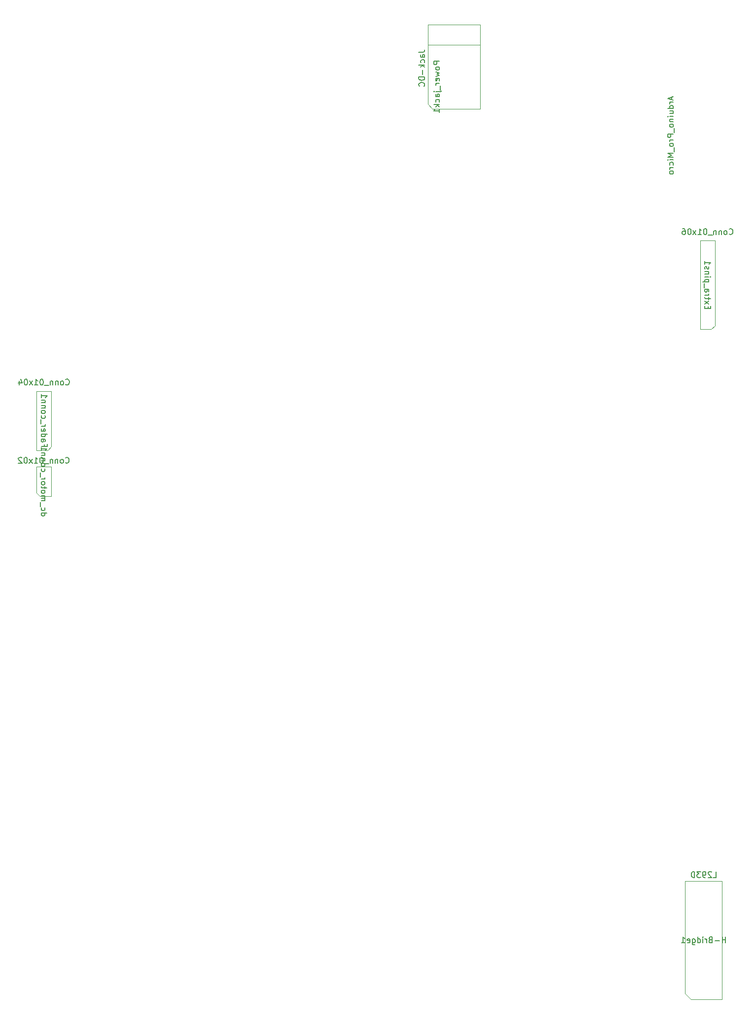
<source format=gbr>
%TF.GenerationSoftware,KiCad,Pcbnew,(5.1.7-0-10_14)*%
%TF.CreationDate,2021-09-21T18:25:26-03:00*%
%TF.ProjectId,Faduino-1,46616475-696e-46f2-9d31-2e6b69636164,1*%
%TF.SameCoordinates,Original*%
%TF.FileFunction,Other,Fab,Bot*%
%FSLAX46Y46*%
G04 Gerber Fmt 4.6, Leading zero omitted, Abs format (unit mm)*
G04 Created by KiCad (PCBNEW (5.1.7-0-10_14)) date 2021-09-21 18:25:26*
%MOMM*%
%LPD*%
G01*
G04 APERTURE LIST*
%ADD10C,0.100000*%
%ADD11C,0.150000*%
G04 APERTURE END LIST*
D10*
%TO.C,dc_motor_conn1*%
X65205000Y-109735000D02*
X65840000Y-110370000D01*
X65205000Y-105290000D02*
X65205000Y-109735000D01*
X67745000Y-105290000D02*
X65205000Y-105290000D01*
X67745000Y-110370000D02*
X67745000Y-105290000D01*
X65840000Y-110370000D02*
X67745000Y-110370000D01*
%TO.C,Extra_pins1*%
X179320000Y-66440000D02*
X179320000Y-81680000D01*
X181860000Y-66440000D02*
X179320000Y-66440000D01*
X181860000Y-81045000D02*
X181860000Y-66440000D01*
X181225000Y-81680000D02*
X181860000Y-81045000D01*
X179320000Y-81680000D02*
X181225000Y-81680000D01*
%TO.C,Fader_conn1*%
X65230000Y-92290000D02*
X65230000Y-102450000D01*
X67770000Y-92290000D02*
X65230000Y-92290000D01*
X67770000Y-101815000D02*
X67770000Y-92290000D01*
X67135000Y-102450000D02*
X67770000Y-101815000D01*
X65230000Y-102450000D02*
X67135000Y-102450000D01*
%TO.C,H-Bridge1*%
X176755000Y-195800000D02*
X177755000Y-196800000D01*
X176755000Y-176480000D02*
X176755000Y-195800000D01*
X183105000Y-176480000D02*
X176755000Y-176480000D01*
X183105000Y-196800000D02*
X183105000Y-176480000D01*
X177755000Y-196800000D02*
X183105000Y-196800000D01*
%TO.C,Power_jack1*%
X132500000Y-43000000D02*
X132500000Y-29300000D01*
X141500000Y-43800000D02*
X133250000Y-43800000D01*
X141500000Y-29300000D02*
X141500000Y-43800000D01*
X132500000Y-29300000D02*
X141500000Y-29300000D01*
X132500000Y-32800000D02*
X141500000Y-32800000D01*
X132494575Y-42996787D02*
X133250000Y-43800000D01*
%TD*%
%TO.C,dc_motor_conn1*%
D11*
X70213095Y-104587142D02*
X70260714Y-104634761D01*
X70403571Y-104682380D01*
X70498809Y-104682380D01*
X70641666Y-104634761D01*
X70736904Y-104539523D01*
X70784523Y-104444285D01*
X70832142Y-104253809D01*
X70832142Y-104110952D01*
X70784523Y-103920476D01*
X70736904Y-103825238D01*
X70641666Y-103730000D01*
X70498809Y-103682380D01*
X70403571Y-103682380D01*
X70260714Y-103730000D01*
X70213095Y-103777619D01*
X69641666Y-104682380D02*
X69736904Y-104634761D01*
X69784523Y-104587142D01*
X69832142Y-104491904D01*
X69832142Y-104206190D01*
X69784523Y-104110952D01*
X69736904Y-104063333D01*
X69641666Y-104015714D01*
X69498809Y-104015714D01*
X69403571Y-104063333D01*
X69355952Y-104110952D01*
X69308333Y-104206190D01*
X69308333Y-104491904D01*
X69355952Y-104587142D01*
X69403571Y-104634761D01*
X69498809Y-104682380D01*
X69641666Y-104682380D01*
X68879761Y-104015714D02*
X68879761Y-104682380D01*
X68879761Y-104110952D02*
X68832142Y-104063333D01*
X68736904Y-104015714D01*
X68594047Y-104015714D01*
X68498809Y-104063333D01*
X68451190Y-104158571D01*
X68451190Y-104682380D01*
X67975000Y-104015714D02*
X67975000Y-104682380D01*
X67975000Y-104110952D02*
X67927380Y-104063333D01*
X67832142Y-104015714D01*
X67689285Y-104015714D01*
X67594047Y-104063333D01*
X67546428Y-104158571D01*
X67546428Y-104682380D01*
X67308333Y-104777619D02*
X66546428Y-104777619D01*
X66117857Y-103682380D02*
X66022619Y-103682380D01*
X65927380Y-103730000D01*
X65879761Y-103777619D01*
X65832142Y-103872857D01*
X65784523Y-104063333D01*
X65784523Y-104301428D01*
X65832142Y-104491904D01*
X65879761Y-104587142D01*
X65927380Y-104634761D01*
X66022619Y-104682380D01*
X66117857Y-104682380D01*
X66213095Y-104634761D01*
X66260714Y-104587142D01*
X66308333Y-104491904D01*
X66355952Y-104301428D01*
X66355952Y-104063333D01*
X66308333Y-103872857D01*
X66260714Y-103777619D01*
X66213095Y-103730000D01*
X66117857Y-103682380D01*
X64832142Y-104682380D02*
X65403571Y-104682380D01*
X65117857Y-104682380D02*
X65117857Y-103682380D01*
X65213095Y-103825238D01*
X65308333Y-103920476D01*
X65403571Y-103968095D01*
X64498809Y-104682380D02*
X63975000Y-104015714D01*
X64498809Y-104015714D02*
X63975000Y-104682380D01*
X63403571Y-103682380D02*
X63308333Y-103682380D01*
X63213095Y-103730000D01*
X63165476Y-103777619D01*
X63117857Y-103872857D01*
X63070238Y-104063333D01*
X63070238Y-104301428D01*
X63117857Y-104491904D01*
X63165476Y-104587142D01*
X63213095Y-104634761D01*
X63308333Y-104682380D01*
X63403571Y-104682380D01*
X63498809Y-104634761D01*
X63546428Y-104587142D01*
X63594047Y-104491904D01*
X63641666Y-104301428D01*
X63641666Y-104063333D01*
X63594047Y-103872857D01*
X63546428Y-103777619D01*
X63498809Y-103730000D01*
X63403571Y-103682380D01*
X62689285Y-103777619D02*
X62641666Y-103730000D01*
X62546428Y-103682380D01*
X62308333Y-103682380D01*
X62213095Y-103730000D01*
X62165476Y-103777619D01*
X62117857Y-103872857D01*
X62117857Y-103968095D01*
X62165476Y-104110952D01*
X62736904Y-104682380D01*
X62117857Y-104682380D01*
X66022619Y-113234761D02*
X67022619Y-113234761D01*
X66070238Y-113234761D02*
X66022619Y-113330000D01*
X66022619Y-113520476D01*
X66070238Y-113615714D01*
X66117857Y-113663333D01*
X66213095Y-113710952D01*
X66498809Y-113710952D01*
X66594047Y-113663333D01*
X66641666Y-113615714D01*
X66689285Y-113520476D01*
X66689285Y-113330000D01*
X66641666Y-113234761D01*
X66070238Y-112330000D02*
X66022619Y-112425238D01*
X66022619Y-112615714D01*
X66070238Y-112710952D01*
X66117857Y-112758571D01*
X66213095Y-112806190D01*
X66498809Y-112806190D01*
X66594047Y-112758571D01*
X66641666Y-112710952D01*
X66689285Y-112615714D01*
X66689285Y-112425238D01*
X66641666Y-112330000D01*
X65927380Y-112139523D02*
X65927380Y-111377619D01*
X66022619Y-111139523D02*
X66689285Y-111139523D01*
X66594047Y-111139523D02*
X66641666Y-111091904D01*
X66689285Y-110996666D01*
X66689285Y-110853809D01*
X66641666Y-110758571D01*
X66546428Y-110710952D01*
X66022619Y-110710952D01*
X66546428Y-110710952D02*
X66641666Y-110663333D01*
X66689285Y-110568095D01*
X66689285Y-110425238D01*
X66641666Y-110330000D01*
X66546428Y-110282380D01*
X66022619Y-110282380D01*
X66022619Y-109663333D02*
X66070238Y-109758571D01*
X66117857Y-109806190D01*
X66213095Y-109853809D01*
X66498809Y-109853809D01*
X66594047Y-109806190D01*
X66641666Y-109758571D01*
X66689285Y-109663333D01*
X66689285Y-109520476D01*
X66641666Y-109425238D01*
X66594047Y-109377619D01*
X66498809Y-109330000D01*
X66213095Y-109330000D01*
X66117857Y-109377619D01*
X66070238Y-109425238D01*
X66022619Y-109520476D01*
X66022619Y-109663333D01*
X66689285Y-109044285D02*
X66689285Y-108663333D01*
X67022619Y-108901428D02*
X66165476Y-108901428D01*
X66070238Y-108853809D01*
X66022619Y-108758571D01*
X66022619Y-108663333D01*
X66022619Y-108187142D02*
X66070238Y-108282380D01*
X66117857Y-108330000D01*
X66213095Y-108377619D01*
X66498809Y-108377619D01*
X66594047Y-108330000D01*
X66641666Y-108282380D01*
X66689285Y-108187142D01*
X66689285Y-108044285D01*
X66641666Y-107949047D01*
X66594047Y-107901428D01*
X66498809Y-107853809D01*
X66213095Y-107853809D01*
X66117857Y-107901428D01*
X66070238Y-107949047D01*
X66022619Y-108044285D01*
X66022619Y-108187142D01*
X66022619Y-107425238D02*
X66689285Y-107425238D01*
X66498809Y-107425238D02*
X66594047Y-107377619D01*
X66641666Y-107330000D01*
X66689285Y-107234761D01*
X66689285Y-107139523D01*
X65927380Y-107044285D02*
X65927380Y-106282380D01*
X66070238Y-105615714D02*
X66022619Y-105710952D01*
X66022619Y-105901428D01*
X66070238Y-105996666D01*
X66117857Y-106044285D01*
X66213095Y-106091904D01*
X66498809Y-106091904D01*
X66594047Y-106044285D01*
X66641666Y-105996666D01*
X66689285Y-105901428D01*
X66689285Y-105710952D01*
X66641666Y-105615714D01*
X66022619Y-105044285D02*
X66070238Y-105139523D01*
X66117857Y-105187142D01*
X66213095Y-105234761D01*
X66498809Y-105234761D01*
X66594047Y-105187142D01*
X66641666Y-105139523D01*
X66689285Y-105044285D01*
X66689285Y-104901428D01*
X66641666Y-104806190D01*
X66594047Y-104758571D01*
X66498809Y-104710952D01*
X66213095Y-104710952D01*
X66117857Y-104758571D01*
X66070238Y-104806190D01*
X66022619Y-104901428D01*
X66022619Y-105044285D01*
X66689285Y-104282380D02*
X66022619Y-104282380D01*
X66594047Y-104282380D02*
X66641666Y-104234761D01*
X66689285Y-104139523D01*
X66689285Y-103996666D01*
X66641666Y-103901428D01*
X66546428Y-103853809D01*
X66022619Y-103853809D01*
X66689285Y-103377619D02*
X66022619Y-103377619D01*
X66594047Y-103377619D02*
X66641666Y-103330000D01*
X66689285Y-103234761D01*
X66689285Y-103091904D01*
X66641666Y-102996666D01*
X66546428Y-102949047D01*
X66022619Y-102949047D01*
X66022619Y-101949047D02*
X66022619Y-102520476D01*
X66022619Y-102234761D02*
X67022619Y-102234761D01*
X66879761Y-102330000D01*
X66784523Y-102425238D01*
X66736904Y-102520476D01*
%TO.C,Extra_pins1*%
X184328095Y-65297142D02*
X184375714Y-65344761D01*
X184518571Y-65392380D01*
X184613809Y-65392380D01*
X184756666Y-65344761D01*
X184851904Y-65249523D01*
X184899523Y-65154285D01*
X184947142Y-64963809D01*
X184947142Y-64820952D01*
X184899523Y-64630476D01*
X184851904Y-64535238D01*
X184756666Y-64440000D01*
X184613809Y-64392380D01*
X184518571Y-64392380D01*
X184375714Y-64440000D01*
X184328095Y-64487619D01*
X183756666Y-65392380D02*
X183851904Y-65344761D01*
X183899523Y-65297142D01*
X183947142Y-65201904D01*
X183947142Y-64916190D01*
X183899523Y-64820952D01*
X183851904Y-64773333D01*
X183756666Y-64725714D01*
X183613809Y-64725714D01*
X183518571Y-64773333D01*
X183470952Y-64820952D01*
X183423333Y-64916190D01*
X183423333Y-65201904D01*
X183470952Y-65297142D01*
X183518571Y-65344761D01*
X183613809Y-65392380D01*
X183756666Y-65392380D01*
X182994761Y-64725714D02*
X182994761Y-65392380D01*
X182994761Y-64820952D02*
X182947142Y-64773333D01*
X182851904Y-64725714D01*
X182709047Y-64725714D01*
X182613809Y-64773333D01*
X182566190Y-64868571D01*
X182566190Y-65392380D01*
X182090000Y-64725714D02*
X182090000Y-65392380D01*
X182090000Y-64820952D02*
X182042380Y-64773333D01*
X181947142Y-64725714D01*
X181804285Y-64725714D01*
X181709047Y-64773333D01*
X181661428Y-64868571D01*
X181661428Y-65392380D01*
X181423333Y-65487619D02*
X180661428Y-65487619D01*
X180232857Y-64392380D02*
X180137619Y-64392380D01*
X180042380Y-64440000D01*
X179994761Y-64487619D01*
X179947142Y-64582857D01*
X179899523Y-64773333D01*
X179899523Y-65011428D01*
X179947142Y-65201904D01*
X179994761Y-65297142D01*
X180042380Y-65344761D01*
X180137619Y-65392380D01*
X180232857Y-65392380D01*
X180328095Y-65344761D01*
X180375714Y-65297142D01*
X180423333Y-65201904D01*
X180470952Y-65011428D01*
X180470952Y-64773333D01*
X180423333Y-64582857D01*
X180375714Y-64487619D01*
X180328095Y-64440000D01*
X180232857Y-64392380D01*
X178947142Y-65392380D02*
X179518571Y-65392380D01*
X179232857Y-65392380D02*
X179232857Y-64392380D01*
X179328095Y-64535238D01*
X179423333Y-64630476D01*
X179518571Y-64678095D01*
X178613809Y-65392380D02*
X178090000Y-64725714D01*
X178613809Y-64725714D02*
X178090000Y-65392380D01*
X177518571Y-64392380D02*
X177423333Y-64392380D01*
X177328095Y-64440000D01*
X177280476Y-64487619D01*
X177232857Y-64582857D01*
X177185238Y-64773333D01*
X177185238Y-65011428D01*
X177232857Y-65201904D01*
X177280476Y-65297142D01*
X177328095Y-65344761D01*
X177423333Y-65392380D01*
X177518571Y-65392380D01*
X177613809Y-65344761D01*
X177661428Y-65297142D01*
X177709047Y-65201904D01*
X177756666Y-65011428D01*
X177756666Y-64773333D01*
X177709047Y-64582857D01*
X177661428Y-64487619D01*
X177613809Y-64440000D01*
X177518571Y-64392380D01*
X176328095Y-64392380D02*
X176518571Y-64392380D01*
X176613809Y-64440000D01*
X176661428Y-64487619D01*
X176756666Y-64630476D01*
X176804285Y-64820952D01*
X176804285Y-65201904D01*
X176756666Y-65297142D01*
X176709047Y-65344761D01*
X176613809Y-65392380D01*
X176423333Y-65392380D01*
X176328095Y-65344761D01*
X176280476Y-65297142D01*
X176232857Y-65201904D01*
X176232857Y-64963809D01*
X176280476Y-64868571D01*
X176328095Y-64820952D01*
X176423333Y-64773333D01*
X176613809Y-64773333D01*
X176709047Y-64820952D01*
X176756666Y-64868571D01*
X176804285Y-64963809D01*
X180661428Y-78131428D02*
X180661428Y-77798095D01*
X180137619Y-77655238D02*
X180137619Y-78131428D01*
X181137619Y-78131428D01*
X181137619Y-77655238D01*
X180137619Y-77321904D02*
X180804285Y-76798095D01*
X180804285Y-77321904D02*
X180137619Y-76798095D01*
X180804285Y-76560000D02*
X180804285Y-76179047D01*
X181137619Y-76417142D02*
X180280476Y-76417142D01*
X180185238Y-76369523D01*
X180137619Y-76274285D01*
X180137619Y-76179047D01*
X180137619Y-75845714D02*
X180804285Y-75845714D01*
X180613809Y-75845714D02*
X180709047Y-75798095D01*
X180756666Y-75750476D01*
X180804285Y-75655238D01*
X180804285Y-75560000D01*
X180137619Y-74798095D02*
X180661428Y-74798095D01*
X180756666Y-74845714D01*
X180804285Y-74940952D01*
X180804285Y-75131428D01*
X180756666Y-75226666D01*
X180185238Y-74798095D02*
X180137619Y-74893333D01*
X180137619Y-75131428D01*
X180185238Y-75226666D01*
X180280476Y-75274285D01*
X180375714Y-75274285D01*
X180470952Y-75226666D01*
X180518571Y-75131428D01*
X180518571Y-74893333D01*
X180566190Y-74798095D01*
X180042380Y-74560000D02*
X180042380Y-73798095D01*
X180804285Y-73560000D02*
X179804285Y-73560000D01*
X180756666Y-73560000D02*
X180804285Y-73464761D01*
X180804285Y-73274285D01*
X180756666Y-73179047D01*
X180709047Y-73131428D01*
X180613809Y-73083809D01*
X180328095Y-73083809D01*
X180232857Y-73131428D01*
X180185238Y-73179047D01*
X180137619Y-73274285D01*
X180137619Y-73464761D01*
X180185238Y-73560000D01*
X180137619Y-72655238D02*
X180804285Y-72655238D01*
X181137619Y-72655238D02*
X181090000Y-72702857D01*
X181042380Y-72655238D01*
X181090000Y-72607619D01*
X181137619Y-72655238D01*
X181042380Y-72655238D01*
X180804285Y-72179047D02*
X180137619Y-72179047D01*
X180709047Y-72179047D02*
X180756666Y-72131428D01*
X180804285Y-72036190D01*
X180804285Y-71893333D01*
X180756666Y-71798095D01*
X180661428Y-71750476D01*
X180137619Y-71750476D01*
X180185238Y-71321904D02*
X180137619Y-71226666D01*
X180137619Y-71036190D01*
X180185238Y-70940952D01*
X180280476Y-70893333D01*
X180328095Y-70893333D01*
X180423333Y-70940952D01*
X180470952Y-71036190D01*
X180470952Y-71179047D01*
X180518571Y-71274285D01*
X180613809Y-71321904D01*
X180661428Y-71321904D01*
X180756666Y-71274285D01*
X180804285Y-71179047D01*
X180804285Y-71036190D01*
X180756666Y-70940952D01*
X180137619Y-69940952D02*
X180137619Y-70512380D01*
X180137619Y-70226666D02*
X181137619Y-70226666D01*
X180994761Y-70321904D01*
X180899523Y-70417142D01*
X180851904Y-70512380D01*
%TO.C,Fader_conn1*%
X70238095Y-91147142D02*
X70285714Y-91194761D01*
X70428571Y-91242380D01*
X70523809Y-91242380D01*
X70666666Y-91194761D01*
X70761904Y-91099523D01*
X70809523Y-91004285D01*
X70857142Y-90813809D01*
X70857142Y-90670952D01*
X70809523Y-90480476D01*
X70761904Y-90385238D01*
X70666666Y-90290000D01*
X70523809Y-90242380D01*
X70428571Y-90242380D01*
X70285714Y-90290000D01*
X70238095Y-90337619D01*
X69666666Y-91242380D02*
X69761904Y-91194761D01*
X69809523Y-91147142D01*
X69857142Y-91051904D01*
X69857142Y-90766190D01*
X69809523Y-90670952D01*
X69761904Y-90623333D01*
X69666666Y-90575714D01*
X69523809Y-90575714D01*
X69428571Y-90623333D01*
X69380952Y-90670952D01*
X69333333Y-90766190D01*
X69333333Y-91051904D01*
X69380952Y-91147142D01*
X69428571Y-91194761D01*
X69523809Y-91242380D01*
X69666666Y-91242380D01*
X68904761Y-90575714D02*
X68904761Y-91242380D01*
X68904761Y-90670952D02*
X68857142Y-90623333D01*
X68761904Y-90575714D01*
X68619047Y-90575714D01*
X68523809Y-90623333D01*
X68476190Y-90718571D01*
X68476190Y-91242380D01*
X68000000Y-90575714D02*
X68000000Y-91242380D01*
X68000000Y-90670952D02*
X67952380Y-90623333D01*
X67857142Y-90575714D01*
X67714285Y-90575714D01*
X67619047Y-90623333D01*
X67571428Y-90718571D01*
X67571428Y-91242380D01*
X67333333Y-91337619D02*
X66571428Y-91337619D01*
X66142857Y-90242380D02*
X66047619Y-90242380D01*
X65952380Y-90290000D01*
X65904761Y-90337619D01*
X65857142Y-90432857D01*
X65809523Y-90623333D01*
X65809523Y-90861428D01*
X65857142Y-91051904D01*
X65904761Y-91147142D01*
X65952380Y-91194761D01*
X66047619Y-91242380D01*
X66142857Y-91242380D01*
X66238095Y-91194761D01*
X66285714Y-91147142D01*
X66333333Y-91051904D01*
X66380952Y-90861428D01*
X66380952Y-90623333D01*
X66333333Y-90432857D01*
X66285714Y-90337619D01*
X66238095Y-90290000D01*
X66142857Y-90242380D01*
X64857142Y-91242380D02*
X65428571Y-91242380D01*
X65142857Y-91242380D02*
X65142857Y-90242380D01*
X65238095Y-90385238D01*
X65333333Y-90480476D01*
X65428571Y-90528095D01*
X64523809Y-91242380D02*
X64000000Y-90575714D01*
X64523809Y-90575714D02*
X64000000Y-91242380D01*
X63428571Y-90242380D02*
X63333333Y-90242380D01*
X63238095Y-90290000D01*
X63190476Y-90337619D01*
X63142857Y-90432857D01*
X63095238Y-90623333D01*
X63095238Y-90861428D01*
X63142857Y-91051904D01*
X63190476Y-91147142D01*
X63238095Y-91194761D01*
X63333333Y-91242380D01*
X63428571Y-91242380D01*
X63523809Y-91194761D01*
X63571428Y-91147142D01*
X63619047Y-91051904D01*
X63666666Y-90861428D01*
X63666666Y-90623333D01*
X63619047Y-90432857D01*
X63571428Y-90337619D01*
X63523809Y-90290000D01*
X63428571Y-90242380D01*
X62238095Y-90575714D02*
X62238095Y-91242380D01*
X62476190Y-90194761D02*
X62714285Y-90909047D01*
X62095238Y-90909047D01*
X66571428Y-101512857D02*
X66571428Y-101846190D01*
X66047619Y-101846190D02*
X67047619Y-101846190D01*
X67047619Y-101370000D01*
X66047619Y-100560476D02*
X66571428Y-100560476D01*
X66666666Y-100608095D01*
X66714285Y-100703333D01*
X66714285Y-100893809D01*
X66666666Y-100989047D01*
X66095238Y-100560476D02*
X66047619Y-100655714D01*
X66047619Y-100893809D01*
X66095238Y-100989047D01*
X66190476Y-101036666D01*
X66285714Y-101036666D01*
X66380952Y-100989047D01*
X66428571Y-100893809D01*
X66428571Y-100655714D01*
X66476190Y-100560476D01*
X66047619Y-99655714D02*
X67047619Y-99655714D01*
X66095238Y-99655714D02*
X66047619Y-99750952D01*
X66047619Y-99941428D01*
X66095238Y-100036666D01*
X66142857Y-100084285D01*
X66238095Y-100131904D01*
X66523809Y-100131904D01*
X66619047Y-100084285D01*
X66666666Y-100036666D01*
X66714285Y-99941428D01*
X66714285Y-99750952D01*
X66666666Y-99655714D01*
X66095238Y-98798571D02*
X66047619Y-98893809D01*
X66047619Y-99084285D01*
X66095238Y-99179523D01*
X66190476Y-99227142D01*
X66571428Y-99227142D01*
X66666666Y-99179523D01*
X66714285Y-99084285D01*
X66714285Y-98893809D01*
X66666666Y-98798571D01*
X66571428Y-98750952D01*
X66476190Y-98750952D01*
X66380952Y-99227142D01*
X66047619Y-98322380D02*
X66714285Y-98322380D01*
X66523809Y-98322380D02*
X66619047Y-98274761D01*
X66666666Y-98227142D01*
X66714285Y-98131904D01*
X66714285Y-98036666D01*
X65952380Y-97941428D02*
X65952380Y-97179523D01*
X66095238Y-96512857D02*
X66047619Y-96608095D01*
X66047619Y-96798571D01*
X66095238Y-96893809D01*
X66142857Y-96941428D01*
X66238095Y-96989047D01*
X66523809Y-96989047D01*
X66619047Y-96941428D01*
X66666666Y-96893809D01*
X66714285Y-96798571D01*
X66714285Y-96608095D01*
X66666666Y-96512857D01*
X66047619Y-95941428D02*
X66095238Y-96036666D01*
X66142857Y-96084285D01*
X66238095Y-96131904D01*
X66523809Y-96131904D01*
X66619047Y-96084285D01*
X66666666Y-96036666D01*
X66714285Y-95941428D01*
X66714285Y-95798571D01*
X66666666Y-95703333D01*
X66619047Y-95655714D01*
X66523809Y-95608095D01*
X66238095Y-95608095D01*
X66142857Y-95655714D01*
X66095238Y-95703333D01*
X66047619Y-95798571D01*
X66047619Y-95941428D01*
X66714285Y-95179523D02*
X66047619Y-95179523D01*
X66619047Y-95179523D02*
X66666666Y-95131904D01*
X66714285Y-95036666D01*
X66714285Y-94893809D01*
X66666666Y-94798571D01*
X66571428Y-94750952D01*
X66047619Y-94750952D01*
X66714285Y-94274761D02*
X66047619Y-94274761D01*
X66619047Y-94274761D02*
X66666666Y-94227142D01*
X66714285Y-94131904D01*
X66714285Y-93989047D01*
X66666666Y-93893809D01*
X66571428Y-93846190D01*
X66047619Y-93846190D01*
X66047619Y-92846190D02*
X66047619Y-93417619D01*
X66047619Y-93131904D02*
X67047619Y-93131904D01*
X66904761Y-93227142D01*
X66809523Y-93322380D01*
X66761904Y-93417619D01*
%TO.C,H-Bridge1*%
X181549047Y-175872380D02*
X182025238Y-175872380D01*
X182025238Y-174872380D01*
X181263333Y-174967619D02*
X181215714Y-174920000D01*
X181120476Y-174872380D01*
X180882380Y-174872380D01*
X180787142Y-174920000D01*
X180739523Y-174967619D01*
X180691904Y-175062857D01*
X180691904Y-175158095D01*
X180739523Y-175300952D01*
X181310952Y-175872380D01*
X180691904Y-175872380D01*
X180215714Y-175872380D02*
X180025238Y-175872380D01*
X179930000Y-175824761D01*
X179882380Y-175777142D01*
X179787142Y-175634285D01*
X179739523Y-175443809D01*
X179739523Y-175062857D01*
X179787142Y-174967619D01*
X179834761Y-174920000D01*
X179930000Y-174872380D01*
X180120476Y-174872380D01*
X180215714Y-174920000D01*
X180263333Y-174967619D01*
X180310952Y-175062857D01*
X180310952Y-175300952D01*
X180263333Y-175396190D01*
X180215714Y-175443809D01*
X180120476Y-175491428D01*
X179930000Y-175491428D01*
X179834761Y-175443809D01*
X179787142Y-175396190D01*
X179739523Y-175300952D01*
X179406190Y-174872380D02*
X178787142Y-174872380D01*
X179120476Y-175253333D01*
X178977619Y-175253333D01*
X178882380Y-175300952D01*
X178834761Y-175348571D01*
X178787142Y-175443809D01*
X178787142Y-175681904D01*
X178834761Y-175777142D01*
X178882380Y-175824761D01*
X178977619Y-175872380D01*
X179263333Y-175872380D01*
X179358571Y-175824761D01*
X179406190Y-175777142D01*
X178358571Y-175872380D02*
X178358571Y-174872380D01*
X178120476Y-174872380D01*
X177977619Y-174920000D01*
X177882380Y-175015238D01*
X177834761Y-175110476D01*
X177787142Y-175300952D01*
X177787142Y-175443809D01*
X177834761Y-175634285D01*
X177882380Y-175729523D01*
X177977619Y-175824761D01*
X178120476Y-175872380D01*
X178358571Y-175872380D01*
X183691904Y-187092380D02*
X183691904Y-186092380D01*
X183691904Y-186568571D02*
X183120476Y-186568571D01*
X183120476Y-187092380D02*
X183120476Y-186092380D01*
X182644285Y-186711428D02*
X181882380Y-186711428D01*
X181072857Y-186568571D02*
X180930000Y-186616190D01*
X180882380Y-186663809D01*
X180834761Y-186759047D01*
X180834761Y-186901904D01*
X180882380Y-186997142D01*
X180930000Y-187044761D01*
X181025238Y-187092380D01*
X181406190Y-187092380D01*
X181406190Y-186092380D01*
X181072857Y-186092380D01*
X180977619Y-186140000D01*
X180930000Y-186187619D01*
X180882380Y-186282857D01*
X180882380Y-186378095D01*
X180930000Y-186473333D01*
X180977619Y-186520952D01*
X181072857Y-186568571D01*
X181406190Y-186568571D01*
X180406190Y-187092380D02*
X180406190Y-186425714D01*
X180406190Y-186616190D02*
X180358571Y-186520952D01*
X180310952Y-186473333D01*
X180215714Y-186425714D01*
X180120476Y-186425714D01*
X179787142Y-187092380D02*
X179787142Y-186425714D01*
X179787142Y-186092380D02*
X179834761Y-186140000D01*
X179787142Y-186187619D01*
X179739523Y-186140000D01*
X179787142Y-186092380D01*
X179787142Y-186187619D01*
X178882380Y-187092380D02*
X178882380Y-186092380D01*
X178882380Y-187044761D02*
X178977619Y-187092380D01*
X179168095Y-187092380D01*
X179263333Y-187044761D01*
X179310952Y-186997142D01*
X179358571Y-186901904D01*
X179358571Y-186616190D01*
X179310952Y-186520952D01*
X179263333Y-186473333D01*
X179168095Y-186425714D01*
X178977619Y-186425714D01*
X178882380Y-186473333D01*
X177977619Y-186425714D02*
X177977619Y-187235238D01*
X178025238Y-187330476D01*
X178072857Y-187378095D01*
X178168095Y-187425714D01*
X178310952Y-187425714D01*
X178406190Y-187378095D01*
X177977619Y-187044761D02*
X178072857Y-187092380D01*
X178263333Y-187092380D01*
X178358571Y-187044761D01*
X178406190Y-186997142D01*
X178453809Y-186901904D01*
X178453809Y-186616190D01*
X178406190Y-186520952D01*
X178358571Y-186473333D01*
X178263333Y-186425714D01*
X178072857Y-186425714D01*
X177977619Y-186473333D01*
X177120476Y-187044761D02*
X177215714Y-187092380D01*
X177406190Y-187092380D01*
X177501428Y-187044761D01*
X177549047Y-186949523D01*
X177549047Y-186568571D01*
X177501428Y-186473333D01*
X177406190Y-186425714D01*
X177215714Y-186425714D01*
X177120476Y-186473333D01*
X177072857Y-186568571D01*
X177072857Y-186663809D01*
X177549047Y-186759047D01*
X176120476Y-187092380D02*
X176691904Y-187092380D01*
X176406190Y-187092380D02*
X176406190Y-186092380D01*
X176501428Y-186235238D01*
X176596666Y-186330476D01*
X176691904Y-186378095D01*
%TO.C,Power_jack1*%
X130952380Y-34038095D02*
X131666666Y-34038095D01*
X131809523Y-33990476D01*
X131904761Y-33895238D01*
X131952380Y-33752380D01*
X131952380Y-33657142D01*
X131952380Y-34942857D02*
X131428571Y-34942857D01*
X131333333Y-34895238D01*
X131285714Y-34800000D01*
X131285714Y-34609523D01*
X131333333Y-34514285D01*
X131904761Y-34942857D02*
X131952380Y-34847619D01*
X131952380Y-34609523D01*
X131904761Y-34514285D01*
X131809523Y-34466666D01*
X131714285Y-34466666D01*
X131619047Y-34514285D01*
X131571428Y-34609523D01*
X131571428Y-34847619D01*
X131523809Y-34942857D01*
X131904761Y-35847619D02*
X131952380Y-35752380D01*
X131952380Y-35561904D01*
X131904761Y-35466666D01*
X131857142Y-35419047D01*
X131761904Y-35371428D01*
X131476190Y-35371428D01*
X131380952Y-35419047D01*
X131333333Y-35466666D01*
X131285714Y-35561904D01*
X131285714Y-35752380D01*
X131333333Y-35847619D01*
X131952380Y-36276190D02*
X130952380Y-36276190D01*
X131571428Y-36371428D02*
X131952380Y-36657142D01*
X131285714Y-36657142D02*
X131666666Y-36276190D01*
X131571428Y-37085714D02*
X131571428Y-37847619D01*
X131952380Y-38323809D02*
X130952380Y-38323809D01*
X130952380Y-38561904D01*
X131000000Y-38704761D01*
X131095238Y-38800000D01*
X131190476Y-38847619D01*
X131380952Y-38895238D01*
X131523809Y-38895238D01*
X131714285Y-38847619D01*
X131809523Y-38800000D01*
X131904761Y-38704761D01*
X131952380Y-38561904D01*
X131952380Y-38323809D01*
X131857142Y-39895238D02*
X131904761Y-39847619D01*
X131952380Y-39704761D01*
X131952380Y-39609523D01*
X131904761Y-39466666D01*
X131809523Y-39371428D01*
X131714285Y-39323809D01*
X131523809Y-39276190D01*
X131380952Y-39276190D01*
X131190476Y-39323809D01*
X131095238Y-39371428D01*
X131000000Y-39466666D01*
X130952380Y-39609523D01*
X130952380Y-39704761D01*
X131000000Y-39847619D01*
X131047619Y-39895238D01*
X134502380Y-35642857D02*
X133502380Y-35642857D01*
X133502380Y-36023809D01*
X133550000Y-36119047D01*
X133597619Y-36166666D01*
X133692857Y-36214285D01*
X133835714Y-36214285D01*
X133930952Y-36166666D01*
X133978571Y-36119047D01*
X134026190Y-36023809D01*
X134026190Y-35642857D01*
X134502380Y-36785714D02*
X134454761Y-36690476D01*
X134407142Y-36642857D01*
X134311904Y-36595238D01*
X134026190Y-36595238D01*
X133930952Y-36642857D01*
X133883333Y-36690476D01*
X133835714Y-36785714D01*
X133835714Y-36928571D01*
X133883333Y-37023809D01*
X133930952Y-37071428D01*
X134026190Y-37119047D01*
X134311904Y-37119047D01*
X134407142Y-37071428D01*
X134454761Y-37023809D01*
X134502380Y-36928571D01*
X134502380Y-36785714D01*
X133835714Y-37452380D02*
X134502380Y-37642857D01*
X134026190Y-37833333D01*
X134502380Y-38023809D01*
X133835714Y-38214285D01*
X134454761Y-38976190D02*
X134502380Y-38880952D01*
X134502380Y-38690476D01*
X134454761Y-38595238D01*
X134359523Y-38547619D01*
X133978571Y-38547619D01*
X133883333Y-38595238D01*
X133835714Y-38690476D01*
X133835714Y-38880952D01*
X133883333Y-38976190D01*
X133978571Y-39023809D01*
X134073809Y-39023809D01*
X134169047Y-38547619D01*
X134502380Y-39452380D02*
X133835714Y-39452380D01*
X134026190Y-39452380D02*
X133930952Y-39500000D01*
X133883333Y-39547619D01*
X133835714Y-39642857D01*
X133835714Y-39738095D01*
X134597619Y-39833333D02*
X134597619Y-40595238D01*
X133835714Y-40833333D02*
X134692857Y-40833333D01*
X134788095Y-40785714D01*
X134835714Y-40690476D01*
X134835714Y-40642857D01*
X133502380Y-40833333D02*
X133550000Y-40785714D01*
X133597619Y-40833333D01*
X133550000Y-40880952D01*
X133502380Y-40833333D01*
X133597619Y-40833333D01*
X134502380Y-41738095D02*
X133978571Y-41738095D01*
X133883333Y-41690476D01*
X133835714Y-41595238D01*
X133835714Y-41404761D01*
X133883333Y-41309523D01*
X134454761Y-41738095D02*
X134502380Y-41642857D01*
X134502380Y-41404761D01*
X134454761Y-41309523D01*
X134359523Y-41261904D01*
X134264285Y-41261904D01*
X134169047Y-41309523D01*
X134121428Y-41404761D01*
X134121428Y-41642857D01*
X134073809Y-41738095D01*
X134454761Y-42642857D02*
X134502380Y-42547619D01*
X134502380Y-42357142D01*
X134454761Y-42261904D01*
X134407142Y-42214285D01*
X134311904Y-42166666D01*
X134026190Y-42166666D01*
X133930952Y-42214285D01*
X133883333Y-42261904D01*
X133835714Y-42357142D01*
X133835714Y-42547619D01*
X133883333Y-42642857D01*
X134502380Y-43071428D02*
X133502380Y-43071428D01*
X134121428Y-43166666D02*
X134502380Y-43452380D01*
X133835714Y-43452380D02*
X134216666Y-43071428D01*
X134502380Y-44404761D02*
X134502380Y-43833333D01*
X134502380Y-44119047D02*
X133502380Y-44119047D01*
X133645238Y-44023809D01*
X133740476Y-43928571D01*
X133788095Y-43833333D01*
%TO.C,Arduino Pro Micro*%
X174436666Y-41760952D02*
X174436666Y-42237142D01*
X174722380Y-41665714D02*
X173722380Y-41999047D01*
X174722380Y-42332380D01*
X174722380Y-42665714D02*
X174055714Y-42665714D01*
X174246190Y-42665714D02*
X174150952Y-42713333D01*
X174103333Y-42760952D01*
X174055714Y-42856190D01*
X174055714Y-42951428D01*
X174722380Y-43713333D02*
X173722380Y-43713333D01*
X174674761Y-43713333D02*
X174722380Y-43618095D01*
X174722380Y-43427619D01*
X174674761Y-43332380D01*
X174627142Y-43284761D01*
X174531904Y-43237142D01*
X174246190Y-43237142D01*
X174150952Y-43284761D01*
X174103333Y-43332380D01*
X174055714Y-43427619D01*
X174055714Y-43618095D01*
X174103333Y-43713333D01*
X174055714Y-44618095D02*
X174722380Y-44618095D01*
X174055714Y-44189523D02*
X174579523Y-44189523D01*
X174674761Y-44237142D01*
X174722380Y-44332380D01*
X174722380Y-44475238D01*
X174674761Y-44570476D01*
X174627142Y-44618095D01*
X174722380Y-45094285D02*
X174055714Y-45094285D01*
X173722380Y-45094285D02*
X173770000Y-45046666D01*
X173817619Y-45094285D01*
X173770000Y-45141904D01*
X173722380Y-45094285D01*
X173817619Y-45094285D01*
X174055714Y-45570476D02*
X174722380Y-45570476D01*
X174150952Y-45570476D02*
X174103333Y-45618095D01*
X174055714Y-45713333D01*
X174055714Y-45856190D01*
X174103333Y-45951428D01*
X174198571Y-45999047D01*
X174722380Y-45999047D01*
X174722380Y-46618095D02*
X174674761Y-46522857D01*
X174627142Y-46475238D01*
X174531904Y-46427619D01*
X174246190Y-46427619D01*
X174150952Y-46475238D01*
X174103333Y-46522857D01*
X174055714Y-46618095D01*
X174055714Y-46760952D01*
X174103333Y-46856190D01*
X174150952Y-46903809D01*
X174246190Y-46951428D01*
X174531904Y-46951428D01*
X174627142Y-46903809D01*
X174674761Y-46856190D01*
X174722380Y-46760952D01*
X174722380Y-46618095D01*
X174817619Y-47141904D02*
X174817619Y-47903809D01*
X174722380Y-48141904D02*
X173722380Y-48141904D01*
X173722380Y-48522857D01*
X173770000Y-48618095D01*
X173817619Y-48665714D01*
X173912857Y-48713333D01*
X174055714Y-48713333D01*
X174150952Y-48665714D01*
X174198571Y-48618095D01*
X174246190Y-48522857D01*
X174246190Y-48141904D01*
X174722380Y-49141904D02*
X174055714Y-49141904D01*
X174246190Y-49141904D02*
X174150952Y-49189523D01*
X174103333Y-49237142D01*
X174055714Y-49332380D01*
X174055714Y-49427619D01*
X174722380Y-49903809D02*
X174674761Y-49808571D01*
X174627142Y-49760952D01*
X174531904Y-49713333D01*
X174246190Y-49713333D01*
X174150952Y-49760952D01*
X174103333Y-49808571D01*
X174055714Y-49903809D01*
X174055714Y-50046666D01*
X174103333Y-50141904D01*
X174150952Y-50189523D01*
X174246190Y-50237142D01*
X174531904Y-50237142D01*
X174627142Y-50189523D01*
X174674761Y-50141904D01*
X174722380Y-50046666D01*
X174722380Y-49903809D01*
X174817619Y-50427619D02*
X174817619Y-51189523D01*
X174722380Y-51427619D02*
X173722380Y-51427619D01*
X174436666Y-51760952D01*
X173722380Y-52094285D01*
X174722380Y-52094285D01*
X174722380Y-52570476D02*
X174055714Y-52570476D01*
X173722380Y-52570476D02*
X173770000Y-52522857D01*
X173817619Y-52570476D01*
X173770000Y-52618095D01*
X173722380Y-52570476D01*
X173817619Y-52570476D01*
X174674761Y-53475238D02*
X174722380Y-53380000D01*
X174722380Y-53189523D01*
X174674761Y-53094285D01*
X174627142Y-53046666D01*
X174531904Y-52999047D01*
X174246190Y-52999047D01*
X174150952Y-53046666D01*
X174103333Y-53094285D01*
X174055714Y-53189523D01*
X174055714Y-53380000D01*
X174103333Y-53475238D01*
X174722380Y-53903809D02*
X174055714Y-53903809D01*
X174246190Y-53903809D02*
X174150952Y-53951428D01*
X174103333Y-53999047D01*
X174055714Y-54094285D01*
X174055714Y-54189523D01*
X174722380Y-54665714D02*
X174674761Y-54570476D01*
X174627142Y-54522857D01*
X174531904Y-54475238D01*
X174246190Y-54475238D01*
X174150952Y-54522857D01*
X174103333Y-54570476D01*
X174055714Y-54665714D01*
X174055714Y-54808571D01*
X174103333Y-54903809D01*
X174150952Y-54951428D01*
X174246190Y-54999047D01*
X174531904Y-54999047D01*
X174627142Y-54951428D01*
X174674761Y-54903809D01*
X174722380Y-54808571D01*
X174722380Y-54665714D01*
%TD*%
M02*

</source>
